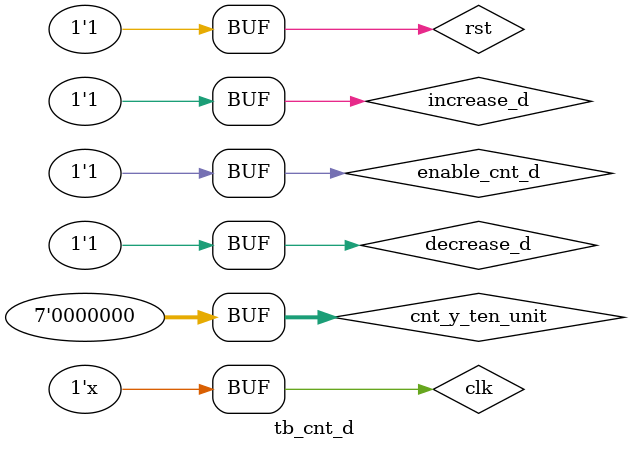
<source format=v>
`timescale 1ns / 1ns

module tb_cnt_d;
    // Inputs
    reg clk;
    reg rst;
    reg pulse_1d;
    reg increase_d;
    reg decrease_d;
    reg enable_cnt_d;
    reg [6:0] cnt_y_ten_unit;
    reg [6:0] cnt_mo;

    // Outputs
    wire [5:0] cnt_d;
    wire pulse_1mo;

    // Instantiate the Unit Under Test (UUT)
    cnt_d uut (
        .clk(clk), 
        .rst(rst), 
        .pulse_1d(pulse_1d), 
        .increase_d(increase_d), 
        .decrease_d(decrease_d), 
        .enable_cnt_d(enable_cnt_d), 
        .cnt_y_ten_unit(cnt_y_ten_unit), 
        .cnt_mo(cnt_mo), 
        .cnt_d(cnt_d), 
        .pulse_1mo(pulse_1mo)
    );

    initial begin
        // Initialize Inputs
        clk = 0;
        rst = 0;
        pulse_1d = 0;
        increase_d = 1;
        decrease_d = 1;
        enable_cnt_d = 1;
        cnt_y_ten_unit = 7'd00;
        cnt_mo = 7'd1;

        // Wait 100 ns for global reset to finish
        #100;
        
        // Deassert reset
        rst = 1;
        #100;
    
    end

    wire [5:0] day_total_in_mo;
    assign day_total_in_mo =    (cnt_mo == 7'd1) ? 5'd31 : // January
                            (cnt_mo == 7'd2) ? 
                            ((cnt_y_ten_unit != 7'd0 && cnt_y_ten_unit[1:0] == 2'b00) ? 5'd29 : 5'd28) : // February
                            (cnt_mo == 7'd3) ? 5'd31 : // March
                            (cnt_mo == 7'd4) ? 5'd30 : // April
                            (cnt_mo == 7'd5) ? 5'd31 : // May
                            (cnt_mo == 7'd6) ? 5'd30 : // June
                            (cnt_mo == 7'd7) ? 5'd31 : // July
                            (cnt_mo == 7'd8) ? 5'd31 : // August
                            (cnt_mo == 7'd9) ? 5'd30 : // September
                            (cnt_mo == 7'd10) ? 5'd31 : // October
                            (cnt_mo == 7'd11) ? 5'd30 : // November
                            (cnt_mo == 7'd12) ? 5'd31 : // December
                            6'd0; // Invalid month
      
    // pulse_1s is set high for 1 clk every 5clk
    integer count = 0;
    always @(posedge clk) begin
        if(count == 4) begin
            pulse_1d = 1;
            count = 0;
        end else begin
            pulse_1d = 0;
            count = count + 1;
        end
    end

    always begin 
        #10 clk = ~clk;
        if (cnt_d == day_total_in_mo && pulse_1d && clk) begin
            if (cnt_mo == 12) cnt_mo = 1;
            else cnt_mo = cnt_mo + 1;
        end
    end
endmodule

</source>
